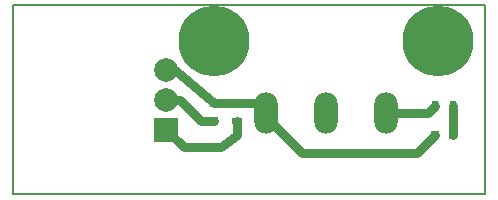
<source format=gtl>
G04 #@! TF.FileFunction,Copper,L1,Top,Signal*
%FSLAX46Y46*%
G04 Gerber Fmt 4.6, Leading zero omitted, Abs format (unit mm)*
G04 Created by KiCad (PCBNEW 4.0.2-stable) date 28/05/2016 23:34:47*
%MOMM*%
G01*
G04 APERTURE LIST*
%ADD10C,0.100000*%
%ADD11C,0.150000*%
%ADD12R,0.750000X0.800000*%
%ADD13R,0.797560X0.797560*%
%ADD14C,6.000000*%
%ADD15R,0.500000X0.900000*%
%ADD16R,0.900000X0.500000*%
%ADD17O,2.000000X3.500000*%
%ADD18R,2.000000X2.000000*%
%ADD19C,2.000000*%
%ADD20C,0.800000*%
G04 APERTURE END LIST*
D10*
D11*
X0Y16000000D02*
X0Y0D01*
X40000000Y16000000D02*
X0Y16000000D01*
X40000000Y0D02*
X40000000Y16000000D01*
X0Y0D02*
X40000000Y0D01*
D12*
X17000000Y7750000D03*
X17000000Y6250000D03*
D13*
X37249300Y5000000D03*
X35750700Y5000000D03*
D14*
X17000000Y13000000D03*
X36000000Y13000000D03*
D15*
X35750000Y7500000D03*
X37250000Y7500000D03*
D16*
X19000000Y6250000D03*
X19000000Y7750000D03*
D17*
X21420000Y6900000D03*
X26500000Y6900000D03*
X31580000Y6900000D03*
D18*
X13000000Y5460000D03*
D19*
X13000000Y8000000D03*
X13000000Y10540000D03*
D20*
X17000000Y6250000D02*
X15950000Y6250000D01*
X14200000Y8000000D02*
X13000000Y8000000D01*
X15950000Y6250000D02*
X14200000Y8000000D01*
X17000000Y7750000D02*
X19000000Y7750000D01*
X19000000Y7750000D02*
X20570000Y7750000D01*
X20570000Y7750000D02*
X21420000Y6900000D01*
X13000000Y10540000D02*
X13710000Y10540000D01*
X13710000Y10540000D02*
X17000000Y7750000D01*
X20570000Y7750000D02*
X21420000Y6900000D01*
X21270000Y6750000D02*
X24520000Y3500000D01*
X24520000Y3500000D02*
X34250700Y3500000D01*
X34250700Y3500000D02*
X35750700Y5000000D01*
X37250000Y7500000D02*
X37250000Y5000700D01*
X37250000Y5000700D02*
X37249300Y5000000D01*
X19000000Y6250000D02*
X19000000Y5000000D01*
X14460000Y4000000D02*
X13000000Y5460000D01*
X17600000Y4000000D02*
X14460000Y4000000D01*
X19000000Y5000000D02*
X17600000Y4000000D01*
X13000000Y5460000D02*
X13040000Y5460000D01*
X31580000Y6900000D02*
X35150000Y6900000D01*
X35150000Y6900000D02*
X35750000Y7500000D01*
M02*

</source>
